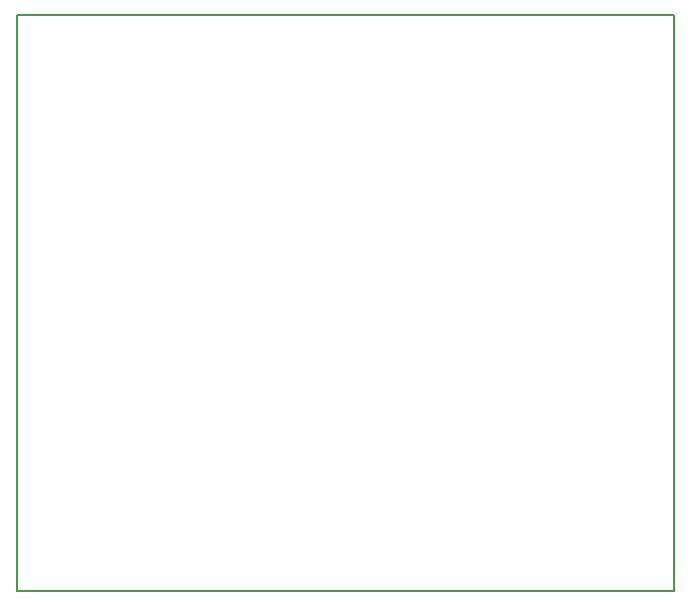
<source format=gbr>
G04 #@! TF.GenerationSoftware,KiCad,Pcbnew,(5.1.2)-1*
G04 #@! TF.CreationDate,2019-08-24T01:42:28-04:00*
G04 #@! TF.ProjectId,AAquad_PCB,41417175-6164-45f5-9043-422e6b696361,rev?*
G04 #@! TF.SameCoordinates,Original*
G04 #@! TF.FileFunction,Profile,NP*
%FSLAX46Y46*%
G04 Gerber Fmt 4.6, Leading zero omitted, Abs format (unit mm)*
G04 Created by KiCad (PCBNEW (5.1.2)-1) date 2019-08-24 01:42:28*
%MOMM*%
%LPD*%
G04 APERTURE LIST*
%ADD10C,0.150000*%
G04 APERTURE END LIST*
D10*
X264922000Y-99060000D02*
X264922000Y-50292000D01*
X209296000Y-99060000D02*
X264922000Y-99060000D01*
X209296000Y-50292000D02*
X209296000Y-99060000D01*
X264922000Y-50292000D02*
X209296000Y-50292000D01*
M02*

</source>
